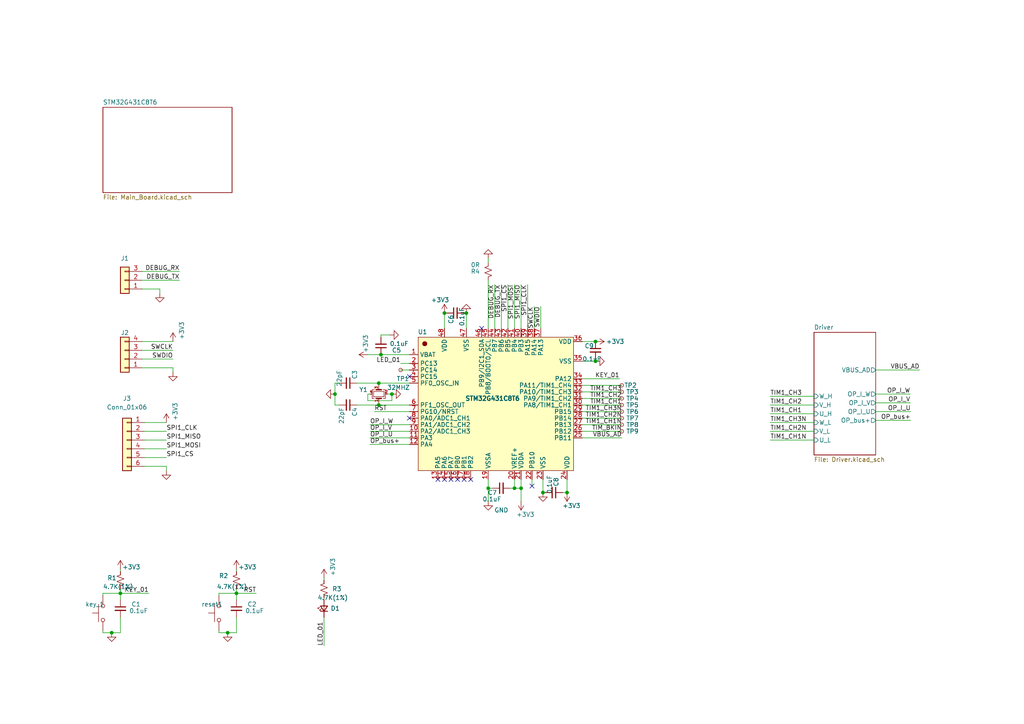
<source format=kicad_sch>
(kicad_sch (version 20231120) (generator "eeschema") (generator_version "8.0")
  (paper "A4")
  (title_block (title "FD6288T_Driver_Board_V1.0.1") (date "2023-06-01") (company "Zager"))
  (lib_symbols
    (symbol "Connector:TestPoint_Small" (pin_numbers hide) (pin_names (offset 0.762) hide)
      (property "Reference" "TP" (at 0 3.81 0))
      (property "Value" "TestPoint_Small" (at 0 2.032 0))
      (symbol "TestPoint_Small_0_1"
        (circle (center 0 0) (radius 0.508))
      )
      (symbol "TestPoint_Small_1_1"
        (pin passive line (at 0 0 90) (length 0) (name "1") (number "1"))
      )
    )
    (symbol "Connector_Generic:Conn_01x03" (pin_names (offset 1.016) hide)
      (property "Reference" "J" (at 0 5.08 0))
      (property "Value" "Conn_01x03" (at 0 -5.08 0))
      (symbol "Conn_01x03_1_1"
        (rectangle (start -1.27 -2.413) (end 0 -2.667) (stroke (width 0.1524)))
        (rectangle (start -1.27 0.127) (end 0 -0.127) (stroke (width 0.1524)))
        (rectangle (start -1.27 2.667) (end 0 2.413) (stroke (width 0.1524)))
        (rectangle (start -1.27 3.81) (end 1.27 -3.81) (stroke (width 0.254)) (fill (type background)))
        (pin passive line (at -5.08 2.54 0) (length 3.81) (name "Pin_1") (number "1"))
        (pin passive line (at -5.08 0 0) (length 3.81) (name "Pin_2") (number "2"))
        (pin passive line (at -5.08 -2.54 0) (length 3.81) (name "Pin_3") (number "3"))
      )
    )
    (symbol "Connector_Generic:Conn_01x04" (pin_names (offset 1.016) hide)
      (property "Reference" "J" (at 0 5.08 0))
      (property "Value" "Conn_01x04" (at 0 -7.62 0))
      (symbol "Conn_01x04_1_1"
        (rectangle (start -1.27 -4.953) (end 0 -5.207) (stroke (width 0.1524)))
        (rectangle (start -1.27 -2.413) (end 0 -2.667) (stroke (width 0.1524)))
        (rectangle (start -1.27 0.127) (end 0 -0.127) (stroke (width 0.1524)))
        (rectangle (start -1.27 2.667) (end 0 2.413) (stroke (width 0.1524)))
        (rectangle (start -1.27 3.81) (end 1.27 -6.35) (stroke (width 0.254)) (fill (type background)))
        (pin passive line (at -5.08 2.54 0) (length 3.81) (name "Pin_1") (number "1"))
        (pin passive line (at -5.08 0 0) (length 3.81) (name "Pin_2") (number "2"))
        (pin passive line (at -5.08 -2.54 0) (length 3.81) (name "Pin_3") (number "3"))
        (pin passive line (at -5.08 -5.08 0) (length 3.81) (name "Pin_4") (number "4"))
      )
    )
    (symbol "Connector_Generic:Conn_01x06" (pin_names (offset 1.016) hide)
      (property "Reference" "J" (at 0 7.62 0))
      (property "Value" "Conn_01x06" (at 0 -10.16 0))
      (symbol "Conn_01x06_1_1"
        (rectangle (start -1.27 -7.493) (end 0 -7.747) (stroke (width 0.1524)))
        (rectangle (start -1.27 -4.953) (end 0 -5.207) (stroke (width 0.1524)))
        (rectangle (start -1.27 -2.413) (end 0 -2.667) (stroke (width 0.1524)))
        (rectangle (start -1.27 0.127) (end 0 -0.127) (stroke (width 0.1524)))
        (rectangle (start -1.27 2.667) (end 0 2.413) (stroke (width 0.1524)))
        (rectangle (start -1.27 5.207) (end 0 4.953) (stroke (width 0.1524)))
        (rectangle (start -1.27 6.35) (end 1.27 -8.89) (stroke (width 0.254)) (fill (type background)))
        (pin passive line (at -5.08 5.08 0) (length 3.81) (name "Pin_1") (number "1"))
        (pin passive line (at -5.08 2.54 0) (length 3.81) (name "Pin_2") (number "2"))
        (pin passive line (at -5.08 0 0) (length 3.81) (name "Pin_3") (number "3"))
        (pin passive line (at -5.08 -2.54 0) (length 3.81) (name "Pin_4") (number "4"))
        (pin passive line (at -5.08 -5.08 0) (length 3.81) (name "Pin_5") (number "5"))
        (pin passive line (at -5.08 -7.62 0) (length 3.81) (name "Pin_6") (number "6"))
      )
    )
    (symbol "Device:C_Small" (pin_numbers hide) (pin_names (offset 0.254) hide)
      (property "Reference" "C" (at 0.254 1.778 0))
      (property "Value" "C_Small" (at 0.254 -2.032 0))
      (symbol "C_Small_0_1"
        (polyline (pts (xy -1.524 -0.508) (xy 1.524 -0.508)) (stroke (width 0.3302)))
        (polyline (pts (xy -1.524 0.508) (xy 1.524 0.508)) (stroke (width 0.3048)))
      )
      (symbol "C_Small_1_1"
        (pin passive line (at 0 2.54 270) (length 2.032) (name "~") (number "1"))
        (pin passive line (at 0 -2.54 90) (length 2.032) (name "~") (number "2"))
      )
    )
    (symbol "Device:Crystal_GND24_Small" (pin_names (offset 1.016) hide)
      (property "Reference" "Y" (at 1.27 4.445 0))
      (property "Value" "Crystal_GND24_Small" (at 1.27 2.54 0))
      (symbol "Crystal_GND24_Small_0_1"
        (rectangle (start -0.762 -1.524) (end 0.762 1.524))
        (polyline (pts (xy -1.27 -0.762) (xy -1.27 0.762)) (stroke (width 0.381)))
        (polyline (pts (xy 1.27 -0.762) (xy 1.27 0.762)) (stroke (width 0.381)))
        (polyline (pts (xy -1.27 -1.27) (xy -1.27 -1.905) (xy 1.27 -1.905) (xy 1.27 -1.27)))
        (polyline (pts (xy -1.27 1.27) (xy -1.27 1.905) (xy 1.27 1.905) (xy 1.27 1.27)))
      )
      (symbol "Crystal_GND24_Small_1_1"
        (pin passive line (at -2.54 0 0) (length 1.27) (name "1") (number "1"))
        (pin passive line (at 0 -2.54 90) (length 0.635) (name "2") (number "2"))
        (pin passive line (at 2.54 0 180) (length 1.27) (name "3") (number "3"))
        (pin passive line (at 0 2.54 270) (length 0.635) (name "4") (number "4"))
      )
    )
    (symbol "Device:LED_Small" (pin_numbers hide) (pin_names (offset 0.254) hide)
      (property "Reference" "D" (at -1.27 3.175 0))
      (property "Value" "LED_Small" (at -4.445 -2.54 0))
      (symbol "LED_Small_0_1"
        (polyline (pts (xy -0.762 -1.016) (xy -0.762 1.016)) (stroke (width 0.254)))
        (polyline (pts (xy 1.016 0) (xy -0.762 0)))
        (polyline (pts (xy 0.762 -1.016) (xy -0.762 0) (xy 0.762 1.016) (xy 0.762 -1.016)) (stroke (width 0.254)))
        (polyline (pts (xy 0 0.762) (xy -0.508 1.27) (xy -0.254 1.27) (xy -0.508 1.27) (xy -0.508 1.016)))
        (polyline (pts (xy 0.508 1.27) (xy 0 1.778) (xy 0.254 1.778) (xy 0 1.778) (xy 0 1.524)))
      )
      (symbol "LED_Small_1_1"
        (pin passive line (at -2.54 0 0) (length 1.778) (name "K") (number "1"))
        (pin passive line (at 2.54 0 180) (length 1.778) (name "A") (number "2"))
      )
    )
    (symbol "Device:R_Small_US" (pin_numbers hide) (pin_names (offset 0.254) hide)
      (property "Reference" "R" (at 0.762 0.508 0))
      (property "Value" "R_Small_US" (at 0.762 -1.016 0))
      (symbol "R_Small_US_1_1"
        (polyline (pts (xy 0 0) (xy 1.016 -0.381) (xy 0 -0.762) (xy -1.016 -1.143) (xy 0 -1.524)))
        (polyline (pts (xy 0 1.524) (xy 1.016 1.143) (xy 0 0.762) (xy -1.016 0.381) (xy 0 0)))
        (pin passive line (at 0 2.54 270) (length 1.016) (name "~") (number "1"))
        (pin passive line (at 0 -2.54 90) (length 1.016) (name "~") (number "2"))
      )
    )
    (symbol "Switch:SW_Push" (pin_numbers hide) (pin_names (offset 1.016) hide)
      (property "Reference" "SW" (at 1.27 2.54 0))
      (property "Value" "SW_Push" (at 0 -1.524 0))
      (symbol "SW_Push_0_1"
        (circle (center -2.032 0) (radius 0.508))
        (polyline (pts (xy 0 1.27) (xy 0 3.048)))
        (polyline (pts (xy 2.54 1.27) (xy -2.54 1.27)))
        (circle (center 2.032 0) (radius 0.508))
        (pin passive line (at -5.08 0 0) (length 2.54) (name "1") (number "1"))
        (pin passive line (at 5.08 0 180) (length 2.54) (name "2") (number "2"))
      )
    )
    (symbol "power:+3.3V" (power) (pin_names (offset 0))
      (property "Value" "+3.3V" (at 0 3.556 0))
      (symbol "+3.3V_0_1"
        (polyline (pts (xy -0.762 1.27) (xy 0 2.54)))
        (polyline (pts (xy 0 0) (xy 0 2.54)))
        (polyline (pts (xy 0 2.54) (xy 0.762 1.27)))
      )
      (symbol "+3.3V_1_1"
        (pin power_in line (at 0 0 90) (length 0) hide (name "+3V3") (number "1"))
      )
    )
    (symbol "power:GND" (power) (pin_names (offset 0))
      (property "Value" "GND" (at 0 -3.81 0))
      (symbol "GND_0_1"
        (polyline (pts (xy 0 0) (xy 0 -1.27) (xy 1.27 -1.27) (xy 0 -2.54) (xy -1.27 -1.27) (xy 0 -1.27)))
      )
      (symbol "GND_1_1"
        (pin power_in line (at 0 0 270) (length 0) hide (name "GND") (number "1"))
      )
    )
    (symbol "zager:STM32G431C8T6"
      (property "Reference" "U" (at 1.27 1.27 0))
      (property "Value" "STM32G431C8T6" (at 9.525 6.35 0))
      (symbol "STM32G431C8T6_0_1"
        (rectangle (start 0 0) (end 45.085 -38.735) (stroke (width 0.1524)) (fill (type background)))
        (circle (center 1.905 -1.905) (radius 0.635) (stroke (width 0.1524)) (fill (type outline)))
      )
      (symbol "STM32G431C8T6_1_1"
        (pin input line (at -2.54 -5.08 0) (length 2.54) (name "VBAT") (number "1"))
        (pin input line (at -2.54 -27.305 0) (length 2.54) (name "PA2/ADC1_CH3") (number "10"))
        (pin input line (at -2.54 -29.21 0) (length 2.54) (name "PA3") (number "11"))
        (pin input line (at -2.54 -31.115 0) (length 2.54) (name "PA4") (number "12"))
        (pin input line (at 5.715 -41.275 90) (length 2.54) (name "PA5") (number "13"))
        (pin input line (at 7.62 -41.275 90) (length 2.54) (name "PA6") (number "14"))
        (pin input line (at 9.525 -41.275 90) (length 2.54) (name "PA7") (number "15"))
        (pin input line (at 11.43 -41.275 90) (length 2.54) (name "PB0") (number "16"))
        (pin input line (at 13.335 -41.275 90) (length 2.54) (name "PB1") (number "17"))
        (pin input line (at 15.24 -41.275 90) (length 2.54) (name "PB2") (number "18"))
        (pin input line (at 20.32 -41.275 90) (length 2.54) (name "VSSA") (number "19"))
        (pin input line (at -2.54 -7.62 0) (length 2.54) (name "PC13") (number "2"))
        (pin input line (at 27.94 -41.275 90) (length 2.54) (name "VREF+") (number "20"))
        (pin input line (at 29.845 -41.275 90) (length 2.54) (name "VDDA") (number "21"))
        (pin input line (at 33.02 -41.275 90) (length 2.54) (name "PB10") (number "22"))
        (pin input line (at 36.195 -41.275 90) (length 2.54) (name "VSS") (number "23"))
        (pin input line (at 43.18 -41.275 90) (length 2.54) (name "VDD") (number "24"))
        (pin input line (at 47.625 -29.21 180) (length 2.54) (name "PB11") (number "25"))
        (pin input line (at 47.625 -27.305 180) (length 2.54) (name "PB12") (number "26"))
        (pin input line (at 47.625 -25.4 180) (length 2.54) (name "PB13") (number "27"))
        (pin input line (at 47.625 -23.495 180) (length 2.54) (name "PB14") (number "28"))
        (pin input line (at 47.625 -21.59 180) (length 2.54) (name "PB15") (number "29"))
        (pin input line (at -2.54 -9.525 0) (length 2.54) (name "PC14") (number "3"))
        (pin input line (at 47.625 -19.685 180) (length 2.54) (name "PA8/TIM1_CH1") (number "30"))
        (pin input line (at 47.625 -17.78 180) (length 2.54) (name "PA9/TIM1_CH2") (number "31"))
        (pin input line (at 47.625 -15.875 180) (length 2.54) (name "PA10/TIM1_CH3") (number "32"))
        (pin input line (at 47.625 -13.97 180) (length 2.54) (name "PA11/TIM1_CH4") (number "33"))
        (pin input line (at 47.625 -12.065 180) (length 2.54) (name "PA12") (number "34"))
        (pin input line (at 47.625 -6.985 180) (length 2.54) (name "VSS") (number "35"))
        (pin input line (at 47.625 -1.27 180) (length 2.54) (name "VDD") (number "36"))
        (pin input line (at 35.56 2.54 270) (length 2.54) (name "PA13") (number "37"))
        (pin input line (at 33.655 2.54 270) (length 2.54) (name "PA14") (number "38"))
        (pin input line (at 31.75 2.54 270) (length 2.54) (name "PA15") (number "39"))
        (pin input line (at -2.54 -11.43 0) (length 2.54) (name "PC15") (number "4"))
        (pin input line (at 29.845 2.54 270) (length 2.54) (name "PB3") (number "40"))
        (pin input line (at 27.94 2.54 270) (length 2.54) (name "PB4") (number "41"))
        (pin input line (at 26.035 2.54 270) (length 2.54) (name "PB5") (number "42"))
        (pin input line (at 24.13 2.54 270) (length 2.54) (name "PB6") (number "43"))
        (pin input line (at 22.225 2.54 270) (length 2.54) (name "PB7") (number "44"))
        (pin input line (at 20.32 2.54 270) (length 2.54) (name "PB8/BOOT0/SCL") (number "45"))
        (pin input line (at 18.415 2.54 270) (length 2.54) (name "PB9/I2C1_SDA") (number "46"))
        (pin input line (at 13.97 2.54 270) (length 2.54) (name "VSS") (number "47"))
        (pin input line (at 7.62 2.54 270) (length 2.54) (name "VDD") (number "48"))
        (pin input line (at -2.54 -13.335 0) (length 2.54) (name "PF0_OSC_IN") (number "5"))
        (pin input line (at -2.54 -19.685 0) (length 2.54) (name "PF1_OSC_OUT") (number "6"))
        (pin input line (at -2.54 -21.59 0) (length 2.54) (name "PG10/NRST") (number "7"))
        (pin input line (at -2.54 -23.495 0) (length 2.54) (name "PA0/ADC1_CH1") (number "8"))
        (pin input line (at -2.54 -25.4 0) (length 2.54) (name "PA1/ADC1_CH2") (number "9"))
      )
    )
  )
  (junction (at 128.905 90.805))
  (junction (at 97.155 114.3))
  (junction (at 172.72 99.06))
  (junction (at 109.855 117.475))
  (junction (at 68.58 172.085))
  (junction (at 110.49 102.87))
  (junction (at 32.385 183.515))
  (junction (at 109.855 111.125))
  (junction (at 151.13 141.605))
  (junction (at 141.605 141.605))
  (junction (at 157.48 142.875))
  (junction (at 113.665 114.3))
  (junction (at 135.255 90.805))
  (junction (at 34.925 172.085))
  (junction (at 66.04 183.515))
  (junction (at 172.72 104.775))
  (junction (at 149.225 141.605))
  (junction (at 164.465 142.875))
  (no_connect (at 154.305 140.97))
  (no_connect (at 118.745 121.285))
  (no_connect (at 118.745 109.22))
  (no_connect (at 134.62 139.065))
  (no_connect (at 130.81 139.065))
  (no_connect (at 128.905 139.065))
  (no_connect (at 127 139.065))
  (no_connect (at 132.715 139.065))
  (no_connect (at 136.525 139.065))
  (no_connect (at 139.7 95.25))
  (wire (pts (xy 41.275 81.28) (xy 52.07 81.28)))
  (wire (pts (xy 168.91 115.57) (xy 180.34 115.57)))
  (wire (pts (xy 154.94 88.9) (xy 154.94 95.25)))
  (wire (pts (xy 168.91 104.775) (xy 172.72 104.775)))
  (wire (pts (xy 145.415 82.55) (xy 145.415 95.25)))
  (wire (pts (xy 151.13 139.065) (xy 151.13 141.605)))
  (wire (pts (xy 34.925 183.515) (xy 34.925 179.07)))
  (wire (pts (xy 98.425 111.125) (xy 97.155 111.125)))
  (wire (pts (xy 29.845 172.085) (xy 29.845 172.72)))
  (wire (pts (xy 103.505 117.475) (xy 109.855 117.475)))
  (wire (pts (xy 254 114.3) (xy 264.033 114.3)))
  (wire (pts (xy 93.98 167.64) (xy 93.98 168.275)))
  (wire (pts (xy 41.91 132.715) (xy 48.26 132.715)))
  (wire (pts (xy 168.91 99.06) (xy 172.72 99.06)))
  (wire (pts (xy 164.465 139.065) (xy 164.465 142.875)))
  (wire (pts (xy 168.91 121.285) (xy 180.34 121.285)))
  (wire (pts (xy 112.395 114.3) (xy 113.665 114.3)))
  (wire (pts (xy 223.393 125.095) (xy 236.093 125.095)))
  (wire (pts (xy 172.72 104.14) (xy 172.72 104.775)))
  (wire (pts (xy 135.255 95.25) (xy 135.255 90.805)))
  (wire (pts (xy 254 116.84) (xy 264.033 116.84)))
  (wire (pts (xy 46.355 83.82) (xy 46.355 85.09)))
  (wire (pts (xy 254 107.315) (xy 266.7 107.315)))
  (wire (pts (xy 34.925 172.085) (xy 43.18 172.085)))
  (wire (pts (xy 109.855 111.125) (xy 118.745 111.125)))
  (wire (pts (xy 168.91 123.19) (xy 180.34 123.19)))
  (wire (pts (xy 106.68 116.205) (xy 113.665 116.205)))
  (wire (pts (xy 107.315 123.19) (xy 118.745 123.19)))
  (wire (pts (xy 97.155 114.3) (xy 97.155 117.475)))
  (wire (pts (xy 142.875 141.605) (xy 141.605 141.605)))
  (wire (pts (xy 254 121.92) (xy 264.16 121.92)))
  (wire (pts (xy 103.505 111.125) (xy 109.855 111.125)))
  (wire (pts (xy 93.98 179.07) (xy 93.98 187.325)))
  (wire (pts (xy 109.855 116.84) (xy 109.855 117.475)))
  (wire (pts (xy 110.49 97.155) (xy 110.49 97.79)))
  (wire (pts (xy 41.275 99.06) (xy 50.165 99.06)))
  (wire (pts (xy 168.91 113.665) (xy 180.34 113.665)))
  (wire (pts (xy 41.91 125.095) (xy 48.26 125.095)))
  (wire (pts (xy 41.275 83.82) (xy 46.355 83.82)))
  (wire (pts (xy 41.275 78.74) (xy 52.07 78.74)))
  (wire (pts (xy 107.315 127) (xy 118.745 127)))
  (wire (pts (xy 116.205 105.41) (xy 118.745 105.41)))
  (wire (pts (xy 168.91 127) (xy 180.34 127)))
  (wire (pts (xy 107.315 125.095) (xy 118.745 125.095)))
  (wire (pts (xy 149.225 95.25) (xy 149.225 82.55)))
  (wire (pts (xy 254 119.38) (xy 264.16 119.38)))
  (wire (pts (xy 156.845 88.9) (xy 156.845 95.25)))
  (wire (pts (xy 32.385 183.515) (xy 34.925 183.515)))
  (wire (pts (xy 68.58 165.1) (xy 68.58 165.735)))
  (wire (pts (xy 223.393 122.555) (xy 236.093 122.555)))
  (wire (pts (xy 168.91 117.475) (xy 180.34 117.475)))
  (wire (pts (xy 34.925 172.085) (xy 29.845 172.085)))
  (wire (pts (xy 48.26 135.255) (xy 41.91 135.255)))
  (wire (pts (xy 109.855 111.76) (xy 109.855 111.125)))
  (wire (pts (xy 157.48 142.875) (xy 158.115 142.875)))
  (wire (pts (xy 168.91 125.095) (xy 180.34 125.095)))
  (wire (pts (xy 153.035 82.55) (xy 153.035 95.25)))
  (wire (pts (xy 68.58 183.515) (xy 68.58 179.07)))
  (wire (pts (xy 97.155 117.475) (xy 98.425 117.475)))
  (wire (pts (xy 106.68 114.3) (xy 106.68 116.205)))
  (wire (pts (xy 147.955 141.605) (xy 149.225 141.605)))
  (wire (pts (xy 110.49 97.155) (xy 113.03 97.155)))
  (wire (pts (xy 107.315 114.3) (xy 106.68 114.3)))
  (wire (pts (xy 141.605 76.2) (xy 141.605 74.93)))
  (wire (pts (xy 151.13 141.605) (xy 151.13 145.415)))
  (wire (pts (xy 149.225 141.605) (xy 151.13 141.605)))
  (wire (pts (xy 63.5 182.88) (xy 63.5 183.515)))
  (wire (pts (xy 41.91 122.555) (xy 48.26 122.555)))
  (wire (pts (xy 223.393 127.635) (xy 236.093 127.635)))
  (wire (pts (xy 113.665 116.205) (xy 113.665 114.3)))
  (wire (pts (xy 168.91 119.38) (xy 180.34 119.38)))
  (wire (pts (xy 41.91 130.175) (xy 48.26 130.175)))
  (wire (pts (xy 34.925 172.085) (xy 34.925 173.99)))
  (wire (pts (xy 97.155 111.125) (xy 97.155 114.3)))
  (wire (pts (xy 41.275 101.6) (xy 50.165 101.6)))
  (wire (pts (xy 34.925 170.815) (xy 34.925 172.085)))
  (wire (pts (xy 108.585 119.38) (xy 118.745 119.38)))
  (wire (pts (xy 149.225 139.065) (xy 149.225 141.605)))
  (wire (pts (xy 154.305 139.065) (xy 154.305 140.97)))
  (wire (pts (xy 157.48 139.065) (xy 157.48 142.875)))
  (wire (pts (xy 66.04 183.515) (xy 68.58 183.515)))
  (wire (pts (xy 128.905 90.805) (xy 129.54 90.805)))
  (wire (pts (xy 50.165 106.68) (xy 50.165 107.95)))
  (wire (pts (xy 41.275 104.14) (xy 50.165 104.14)))
  (wire (pts (xy 223.393 114.935) (xy 236.093 114.935)))
  (wire (pts (xy 63.5 183.515) (xy 66.04 183.515)))
  (wire (pts (xy 68.58 170.815) (xy 68.58 172.085)))
  (wire (pts (xy 163.195 142.875) (xy 164.465 142.875)))
  (wire (pts (xy 147.32 95.25) (xy 147.32 82.55)))
  (wire (pts (xy 93.98 173.355) (xy 93.98 173.99)))
  (wire (pts (xy 141.605 139.065) (xy 141.605 141.605)))
  (wire (pts (xy 223.393 117.475) (xy 236.093 117.475)))
  (wire (pts (xy 116.205 107.315) (xy 118.745 107.315)))
  (wire (pts (xy 68.58 172.085) (xy 74.295 172.085)))
  (wire (pts (xy 29.845 182.88) (xy 29.845 183.515)))
  (wire (pts (xy 34.925 165.1) (xy 34.925 165.735)))
  (wire (pts (xy 135.255 90.805) (xy 134.62 90.805)))
  (wire (pts (xy 143.51 82.55) (xy 143.51 95.25)))
  (wire (pts (xy 223.393 120.015) (xy 236.093 120.015)))
  (wire (pts (xy 128.905 95.25) (xy 128.905 90.805)))
  (wire (pts (xy 48.26 136.525) (xy 48.26 135.255)))
  (wire (pts (xy 41.91 127.635) (xy 48.26 127.635)))
  (wire (pts (xy 29.845 183.515) (xy 32.385 183.515)))
  (wire (pts (xy 168.91 109.855) (xy 179.705 109.855)))
  (wire (pts (xy 68.58 172.085) (xy 63.5 172.085)))
  (wire (pts (xy 63.5 172.085) (xy 63.5 172.72)))
  (wire (pts (xy 141.605 81.28) (xy 141.605 95.25)))
  (wire (pts (xy 106.68 102.87) (xy 110.49 102.87)))
  (wire (pts (xy 41.275 106.68) (xy 50.165 106.68)))
  (wire (pts (xy 109.855 117.475) (xy 118.745 117.475)))
  (wire (pts (xy 168.91 111.76) (xy 180.34 111.76)))
  (wire (pts (xy 141.605 141.605) (xy 141.605 145.415)))
  (wire (pts (xy 110.49 102.87) (xy 118.745 102.87)))
  (wire (pts (xy 151.13 95.25) (xy 151.13 82.55)))
  (wire (pts (xy 107.315 128.905) (xy 118.745 128.905)))
  (wire (pts (xy 68.58 172.085) (xy 68.58 173.99)))
  (label "TIM1_CH3N" (at 180.34 119.38 180))
  (label "SPI1_MOSI" (at 48.26 130.175 0))
  (label "OP_I_V" (at 264.033 116.84 180))
  (label "TIM1_CH2" (at 223.393 117.475 0))
  (label "TIM1_CH2N" (at 180.34 121.285 180))
  (label "SPI1_CS" (at 48.26 132.715 0))
  (label "SWCLK" (at 154.94 88.9 270))
  (label "KEY_01" (at 43.18 172.085 180))
  (label "VBUS_AD" (at 180.34 127 180))
  (label "TIM1_CH3" (at 180.34 113.665 180))
  (label "SWDIO" (at 156.845 88.9 270))
  (label "OP_I_W" (at 107.315 123.19 0))
  (label "DEBUG_TX" (at 52.07 81.28 180))
  (label "TIM1_CH2N" (at 223.393 125.095 0))
  (label "TIM1_CH3N" (at 223.393 122.555 0))
  (label "TIM1_CH1" (at 180.34 117.475 180))
  (label "DEBUG_TX" (at 145.415 82.55 270))
  (label "KEY_01" (at 179.705 109.855 180))
  (label "TIM1_CH2" (at 180.34 115.57 180))
  (label "OP_bus+" (at 107.315 128.905 0))
  (label "DEBUG_RX" (at 143.51 82.55 270))
  (label "SWDIO" (at 50.165 104.14 180))
  (label "RST" (at 74.295 172.085 180))
  (label "RST" (at 108.585 119.38 0))
  (label "TIM1_CH1N" (at 180.34 123.19 180))
  (label "SWCLK" (at 50.165 101.6 180))
  (label "SPI1_CLK" (at 153.035 82.55 270))
  (label "LED_01" (at 93.98 187.325 90))
  (label "SPI1_CLK" (at 48.26 125.095 0))
  (label "SPI1_CS" (at 147.32 82.55 270))
  (label "TIM1_CH1N" (at 223.393 127.635 0))
  (label "OP_I_U" (at 264.16 119.38 180))
  (label "TIM1_CH3" (at 223.393 114.935 0))
  (label "SPI1_MOSI" (at 149.225 82.55 270))
  (label "TIM_BKIN" (at 180.34 125.095 180))
  (label "OP_I_W" (at 264.033 114.3 180))
  (label "OP_I_V" (at 107.315 125.095 0))
  (label "OP_bus+" (at 264.16 121.92 180))
  (label "SPI1_MISO" (at 151.13 82.55 270))
  (label "SPI1_MISO" (at 48.26 127.635 0))
  (label "TIM1_CH1" (at 223.393 120.015 0))
  (label "OP_I_U" (at 107.315 127 0))
  (label "LED_01" (at 116.205 105.41 180))
  (label "VBUS_AD" (at 266.7 107.315 180))
  (label "DEBUG_RX" (at 52.07 78.74 180))
  (symbol (lib_id "power:GND") (at 32.385 183.515 0) (unit 1)
    (property "Reference" "#PWR01" (effects (hide yes)))
    (property "Value" "GND" (effects (hide yes)))
  )
  (symbol (lib_id "Switch:SW_Push") (at 63.5 177.8 90) (unit 1)
    (property "Reference" "reset1" (at 58.42 175.26 90) (effects (justify right)))
    (property "Value" "SW_Push" (effects (hide yes)))
    (property "Footprint" "Button_Switch_SMD:SW_SPST_CK_RS282G05A3" (effects (hide yes)))
  )
  (symbol (lib_id "power:GND") (at 172.72 104.775 90) (unit 1)
    (property "Reference" "#PWR023" (effects (hide yes)))
    (property "Value" "GND" (effects (hide yes)))
  )
  (symbol (lib_id "Device:C_Small") (at 172.72 101.6 0) (unit 1)
    (property "Reference" "C9" (at 169.545 100.33 0) (effects (justify left)))
    (property "Value" "0.1uF" (at 168.91 104.14 0) (effects (justify left)))
    (property "Footprint" "Capacitor_SMD:C_0603_1608Metric" (effects (hide yes)))
  )
  (symbol (lib_id "Device:C_Small") (at 68.58 176.53 0) (unit 1)
    (property "Reference" "C2" (at 71.755 175.2662 0) (effects (justify left)))
    (property "Value" "0.1uF" (at 71.12 177.165 0) (effects (justify left)))
    (property "Footprint" "Capacitor_SMD:C_0603_1608Metric" (effects (hide yes)))
  )
  (symbol (lib_id "zager:STM32G431C8T6") (at 121.285 97.79 0) (unit 1)
    (property "Reference" "U1" (at 122.555 96.266 0))
    (property "Value" "STM32G431C8T6" (at 142.875 115.57 0) (effects (font (bold yes))))
    (property "Footprint" "Package_QFP:LQFP-48_7x7mm_P0.5mm" (effects (hide yes)))
  )
  (symbol (lib_id "Device:C_Small") (at 100.965 111.125 270) (unit 1)
    (property "Reference" "C3" (at 102.87 107.315 0) (effects (justify left)))
    (property "Value" "22pF" (at 98.425 107.315 0) (effects (justify left)))
    (property "Footprint" "Capacitor_SMD:C_0603_1608Metric" (effects (hide yes)))
  )
  (symbol (lib_id "power:+3.3V") (at 106.68 102.87 90) (unit 1)
    (property "Reference" "#PWR012" (effects (hide yes)))
    (property "Value" "+3V3" (at 106.045 99.695 0))
  )
  (symbol (lib_id "Switch:SW_Push") (at 29.845 177.8 90) (unit 1)
    (property "Reference" "key_1" (at 24.765 175.26 90) (effects (justify right)))
    (property "Value" "SW_Push" (effects (hide yes)))
    (property "Footprint" "Button_Switch_SMD:SW_SPST_CK_RS282G05A3" (effects (hide yes)))
  )
  (symbol (lib_id "Connector:TestPoint_Small") (at 180.34 113.665 0) (unit 1)
    (property "Reference" "TP3" (at 181.61 113.6649 0) (effects (justify left)))
    (property "Value" "TestPoint_Small" (effects (hide yes)))
    (property "Footprint" "TestPoint:TestPoint_Pad_D1.0mm" (effects (hide yes)))
  )
  (symbol (lib_id "Connector:TestPoint_Small") (at 180.34 121.285 0) (unit 1)
    (property "Reference" "TP7" (at 181.61 121.2849 0) (effects (justify left)))
    (property "Value" "TestPoint_Small" (effects (hide yes)))
    (property "Footprint" "TestPoint:TestPoint_Pad_D1.0mm" (effects (hide yes)))
  )
  (symbol (lib_id "Device:C_Small") (at 145.415 141.605 90) (unit 1)
    (property "Reference" "C7" (at 144.145 142.875 90) (effects (justify left)))
    (property "Value" "0.1uF" (at 145.415 144.78 90) (effects (justify left)))
    (property "Footprint" "Capacitor_SMD:C_0603_1608Metric" (effects (hide yes)))
  )
  (symbol (lib_id "power:+3.3V") (at 164.465 142.875 180) (unit 1)
    (property "Reference" "#PWR021" (effects (hide yes)))
    (property "Value" "+3V3" (at 165.735 146.685 0))
  )
  (symbol (lib_id "Connector:TestPoint_Small") (at 180.34 123.19 0) (unit 1)
    (property "Reference" "TP8" (at 181.61 123.1899 0) (effects (justify left)))
    (property "Value" "TestPoint_Small" (effects (hide yes)))
    (property "Footprint" "TestPoint:TestPoint_Pad_D1.0mm" (effects (hide yes)))
  )
  (symbol (lib_id "power:GND") (at 66.04 183.515 0) (unit 1)
    (property "Reference" "#PWR08" (effects (hide yes)))
    (property "Value" "GND" (effects (hide yes)))
  )
  (symbol (lib_id "Connector:TestPoint_Small") (at 180.34 117.475 0) (unit 1)
    (property "Reference" "TP5" (at 181.61 117.4749 0) (effects (justify left)))
    (property "Value" "TestPoint_Small" (effects (hide yes)))
    (property "Footprint" "TestPoint:TestPoint_Pad_D1.0mm" (effects (hide yes)))
  )
  (symbol (lib_id "Device:C_Small") (at 160.655 142.875 270) (unit 1)
    (property "Reference" "C8" (at 161.29 138.43 0) (effects (justify left)))
    (property "Value" "0.1uF" (at 159.385 137.795 0) (effects (justify left)))
    (property "Footprint" "Capacitor_SMD:C_0603_1608Metric" (effects (hide yes)))
  )
  (symbol (lib_id "Connector:TestPoint_Small") (at 180.34 119.38 0) (unit 1)
    (property "Reference" "TP6" (at 181.61 119.3799 0) (effects (justify left)))
    (property "Value" "TestPoint_Small" (effects (hide yes)))
    (property "Footprint" "TestPoint:TestPoint_Pad_D1.0mm" (effects (hide yes)))
  )
  (symbol (lib_id "Connector:TestPoint_Small") (at 116.205 107.315 90) (mirror x) (unit 1)
    (property "Reference" "TP1" (at 116.84 109.855 90))
    (property "Value" "TestPoint_Small" (effects (hide yes)))
    (property "Footprint" "TestPoint:TestPoint_Pad_D1.0mm" (effects (hide yes)))
  )
  (symbol (lib_id "Device:R_Small_US") (at 34.925 168.275 0) (mirror y) (unit 1)
    (property "Reference" "R1" (at 31.115 167.64 0) (effects (justify right)))
    (property "Value" "4.7K(1%)" (at 29.845 170.18 0) (effects (justify right)))
    (property "Footprint" "Resistor_SMD:R_0603_1608Metric" (effects (hide yes)))
  )
  (symbol (lib_id "Connector_Generic:Conn_01x04") (at 36.195 104.14 180) (unit 1)
    (property "Reference" "J2" (at 36.195 96.52 0))
    (property "Value" "Conn_01x04" (effects (hide yes)))
    (property "Footprint" "Connector_PinHeader_2.54mm:PinHeader_1x04_P2.54mm_Vertical" (effects (hide yes)))
  )
  (symbol (lib_id "Device:C_Small") (at 34.925 176.53 0) (unit 1)
    (property "Reference" "C1" (at 38.1 175.2662 0) (effects (justify left)))
    (property "Value" "0.1uF" (at 37.465 177.165 0) (effects (justify left)))
    (property "Footprint" "Capacitor_SMD:C_0603_1608Metric" (effects (hide yes)))
  )
  (symbol (lib_id "power:+3.3V") (at 50.165 99.06 0) (unit 1)
    (property "Reference" "#PWR06" (effects (hide yes)))
    (property "Value" "+3V3" (at 52.705 95.885 90))
  )
  (symbol (lib_id "power:+3.3V") (at 128.905 90.805 0) (unit 1)
    (property "Reference" "#PWR015" (effects (hide yes)))
    (property "Value" "+3V3" (at 127.635 86.995 0))
  )
  (symbol (lib_id "power:GND") (at 50.165 107.95 0) (unit 1)
    (property "Reference" "#PWR07" (effects (hide yes)))
    (property "Value" "GND" (effects (hide yes)))
  )
  (symbol (lib_id "Device:C_Small") (at 132.08 90.805 90) (unit 1)
    (property "Reference" "C6" (at 130.81 93.98 0) (effects (justify left)))
    (property "Value" "0.1uF" (at 133.985 94.615 0) (effects (justify left)))
    (property "Footprint" "Capacitor_SMD:C_0603_1608Metric" (effects (hide yes)))
  )
  (symbol (lib_id "Device:R_Small_US") (at 93.98 170.815 0) (mirror x) (unit 1)
    (property "Reference" "R3" (at 99.06 170.815 0) (effects (justify right)))
    (property "Value" "4.7K(1%)" (at 100.965 173.355 0) (effects (justify right)))
    (property "Footprint" "Resistor_SMD:R_0603_1608Metric" (effects (hide yes)))
  )
  (symbol (lib_id "power:GND") (at 157.48 142.875 0) (unit 1)
    (property "Reference" "#PWR020" (effects (hide yes)))
    (property "Value" "GND" (effects (hide yes)))
  )
  (symbol (lib_id "Connector:TestPoint_Small") (at 180.34 115.57 0) (unit 1)
    (property "Reference" "TP4" (at 181.61 115.5699 0) (effects (justify left)))
    (property "Value" "TestPoint_Small" (effects (hide yes)))
    (property "Footprint" "TestPoint:TestPoint_Pad_D1.0mm" (effects (hide yes)))
  )
  (symbol (lib_id "power:GND") (at 46.355 85.09 0) (unit 1)
    (property "Reference" "#PWR03" (effects (hide yes)))
    (property "Value" "GND" (effects (hide yes)))
  )
  (symbol (lib_id "power:+3.3V") (at 151.13 145.415 180) (unit 1)
    (property "Reference" "#PWR019" (effects (hide yes)))
    (property "Value" "+3V3" (at 152.4 149.225 0))
  )
  (symbol (lib_id "power:GND") (at 113.665 114.3 90) (unit 1)
    (property "Reference" "#PWR014" (effects (hide yes)))
    (property "Value" "GND" (effects (hide yes)))
  )
  (symbol (lib_id "Connector:TestPoint_Small") (at 180.34 125.095 0) (unit 1)
    (property "Reference" "TP9" (at 181.61 125.0949 0) (effects (justify left)))
    (property "Value" "TestPoint_Small" (effects (hide yes)))
    (property "Footprint" "TestPoint:TestPoint_Pad_D1.0mm" (effects (hide yes)))
  )
  (symbol (lib_id "power:GND") (at 97.155 114.3 270) (unit 1)
    (property "Reference" "#PWR011" (effects (hide yes)))
    (property "Value" "GND" (effects (hide yes)))
  )
  (symbol (lib_id "Device:LED_Small") (at 93.98 176.53 90) (unit 1)
    (property "Reference" "D1" (at 95.885 176.4664 90) (effects (justify right)))
    (property "Value" "LED_Red" (effects (hide yes)))
    (property "Footprint" "Diode_SMD:D_0603_1608Metric_Pad1.05x0.95mm_HandSolder" (effects (hide yes)))
  )
  (symbol (lib_id "power:GND") (at 135.255 90.805 180) (unit 1)
    (property "Reference" "#PWR016" (effects (hide yes)))
    (property "Value" "GND" (effects (hide yes)))
  )
  (symbol (lib_id "Connector_Generic:Conn_01x03") (at 36.195 81.28 180) (unit 1)
    (property "Reference" "J1" (at 36.195 74.93 0))
    (property "Value" "Conn_01x03" (effects (hide yes)))
    (property "Footprint" "Connector_PinHeader_2.54mm:PinHeader_1x03_P2.54mm_Vertical" (effects (hide yes)))
  )
  (symbol (lib_id "Device:Crystal_GND24_Small") (at 109.855 114.3 90) (unit 1)
    (property "Reference" "Y1" (at 105.41 113.03 90))
    (property "Value" "32MHZ" (at 115.57 112.395 90))
    (property "Footprint" "Crystal:Crystal_SMD_3225-4Pin_3.2x2.5mm" (effects (hide yes)))
  )
  (symbol (lib_id "power:GND") (at 113.03 97.155 90) (mirror x) (unit 1)
    (property "Reference" "#PWR013" (effects (hide yes)))
    (property "Value" "GND" (effects (hide yes)))
  )
  (symbol (lib_id "power:+3.3V") (at 34.925 165.1 0) (unit 1)
    (property "Reference" "#PWR02" (effects (hide yes)))
    (property "Value" "+3V3" (at 38.1 164.465 0))
  )
  (symbol (lib_id "power:+3.3V") (at 68.58 165.1 0) (unit 1)
    (property "Reference" "#PWR09" (effects (hide yes)))
    (property "Value" "+3V3" (at 71.755 164.465 0))
  )
  (symbol (lib_id "Device:R_Small_US") (at 68.58 168.275 0) (mirror y) (unit 1)
    (property "Reference" "R2" (at 63.5 167.005 0) (effects (justify right)))
    (property "Value" "4.7K(1%)" (at 62.865 170.18 0) (effects (justify right)))
    (property "Footprint" "Resistor_SMD:R_0603_1608Metric" (effects (hide yes)))
  )
  (symbol (lib_id "Connector_Generic:Conn_01x06") (at 36.83 127.635 0) (mirror y) (unit 1)
    (property "Reference" "J3" (at 36.83 115.57 0))
    (property "Value" "Conn_01x06" (at 36.83 118.11 0))
    (property "Footprint" "Connector_PinHeader_2.54mm:PinHeader_1x06_P2.54mm_Vertical" (effects (hide yes)))
  )
  (symbol (lib_id "power:GND") (at 48.26 136.525 0) (unit 1)
    (property "Reference" "#PWR05" (effects (hide yes)))
    (property "Value" "GND" (effects (hide yes)))
  )
  (symbol (lib_id "Device:C_Small") (at 100.965 117.475 270) (unit 1)
    (property "Reference" "C4" (at 102.87 118.11 0) (effects (justify left)))
    (property "Value" "22pF" (at 99.06 118.11 0) (effects (justify left)))
    (property "Footprint" "Capacitor_SMD:C_0603_1608Metric" (effects (hide yes)))
  )
  (symbol (lib_id "power:+3.3V") (at 48.26 122.555 0) (unit 1)
    (property "Reference" "#PWR04" (effects (hide yes)))
    (property "Value" "+3V3" (at 50.8 119.38 90))
  )
  (symbol (lib_id "power:+3.3V") (at 93.98 167.64 0) (unit 1)
    (property "Reference" "#PWR010" (effects (hide yes)))
    (property "Value" "+3V3" (at 96.52 164.465 90))
  )
  (symbol (lib_id "Device:R_Small_US") (at 141.605 78.74 0) (mirror y) (unit 1)
    (property "Reference" "R4" (at 136.525 78.74 0) (effects (justify right)))
    (property "Value" "0R" (at 136.525 76.835 0) (effects (justify right)))
    (property "Footprint" "Resistor_SMD:R_0603_1608Metric" (effects (hide yes)))
  )
  (symbol (lib_id "power:GND") (at 141.605 74.93 180) (unit 1)
    (property "Reference" "#PWR017" (effects (hide yes)))
    (property "Value" "GND" (effects (hide yes)))
  )
  (symbol (lib_id "power:GND") (at 141.605 145.415 0) (unit 1)
    (property "Reference" "#PWR018" (effects (hide yes)))
    (property "Value" "GND" (at 145.415 147.955 0))
  )
  (symbol (lib_id "power:+3.3V") (at 172.72 99.06 270) (unit 1)
    (property "Reference" "#PWR022" (effects (hide yes)))
    (property "Value" "+3V3" (at 178.435 99.06 90))
  )
  (symbol (lib_id "Device:C_Small") (at 110.49 100.33 0) (mirror x) (unit 1)
    (property "Reference" "C5" (at 113.665 101.5938 0) (effects (justify left)))
    (property "Value" "0.1uF" (at 113.03 99.695 0) (effects (justify left)))
    (property "Footprint" "Capacitor_SMD:C_0603_1608Metric" (effects (hide yes)))
  )
  (symbol (lib_id "Connector:TestPoint_Small") (at 180.34 111.76 90) (unit 1)
    (property "Reference" "TP2" (at 182.88 111.76 90))
    (property "Value" "TestPoint_Small" (effects (hide yes)))
    (property "Footprint" "TestPoint:TestPoint_Pad_D1.0mm" (effects (hide yes)))
  )
  (sheet (at 236.093 96.393) (size 17.907 35.56) (stroke (width 0.1524))
    (property "Sheetname" "Driver" (at 236.093 95.6814 0) (effects (justify left bottom)))
    (property "Sheetfile" "Driver.kicad_sch" (at 236.093 132.5376 0) (effects (justify left top)))
    (pin "OP_I_W" output (at 254 114.3 0))
    (pin "OP_I_V" output (at 254 116.84 0))
    (pin "OP_I_U" output (at 254 119.38 0))
    (pin "U_H" input (at 236.093 120.015 180))
    (pin "W_L" input (at 236.093 122.555 180))
    (pin "V_L" input (at 236.093 125.095 180))
    (pin "V_H" input (at 236.093 117.475 180))
    (pin "W_H" input (at 236.093 114.935 180))
    (pin "U_L" input (at 236.093 127.635 180))
    (pin "VBUS_AD" output (at 254 107.315 0))
    (pin "OP_bus+" output (at 254 121.92 0))
  )
  (sheet (at 29.845 31.115) (size 37.465 24.765) (stroke (width 0.1524))
    (property "Sheetname" "STM32G431C8T6" (at 29.845 30.4034 0) (effects (justify left bottom)))
    (property "Sheetfile" "Main_Board.kicad_sch" (at 29.845 56.4646 0) (effects (justify left top)))
  )
)
</source>
